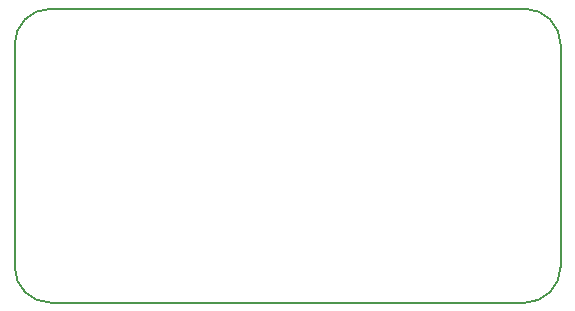
<source format=gbr>
G04 #@! TF.GenerationSoftware,KiCad,Pcbnew,5.0.2+dfsg1-1*
G04 #@! TF.CreationDate,2020-04-05T23:11:44-04:00*
G04 #@! TF.ProjectId,vreg-741,76726567-2d37-4343-912e-6b696361645f,rev?*
G04 #@! TF.SameCoordinates,Original*
G04 #@! TF.FileFunction,Profile,NP*
%FSLAX46Y46*%
G04 Gerber Fmt 4.6, Leading zero omitted, Abs format (unit mm)*
G04 Created by KiCad (PCBNEW 5.0.2+dfsg1-1) date Sun 05 Apr 2020 11:11:44 PM EDT*
%MOMM*%
%LPD*%
G01*
G04 APERTURE LIST*
%ADD10C,0.150000*%
%ADD11C,0.200000*%
G04 APERTURE END LIST*
D10*
X211328000Y-88392000D02*
X211328000Y-69596000D01*
X168148000Y-91440000D02*
X208280000Y-91440000D01*
X165100000Y-69596000D02*
X165100000Y-88392000D01*
D11*
X208280000Y-66548000D02*
X168148000Y-66548000D01*
D10*
X165100000Y-69596000D02*
G75*
G02X168148000Y-66548000I3048000J0D01*
G01*
X208280000Y-66548000D02*
G75*
G02X211328000Y-69596000I0J-3048000D01*
G01*
X211328000Y-88392000D02*
G75*
G02X208280000Y-91440000I-3048000J0D01*
G01*
X168148000Y-91440000D02*
G75*
G02X165100000Y-88392000I0J3048000D01*
G01*
M02*

</source>
